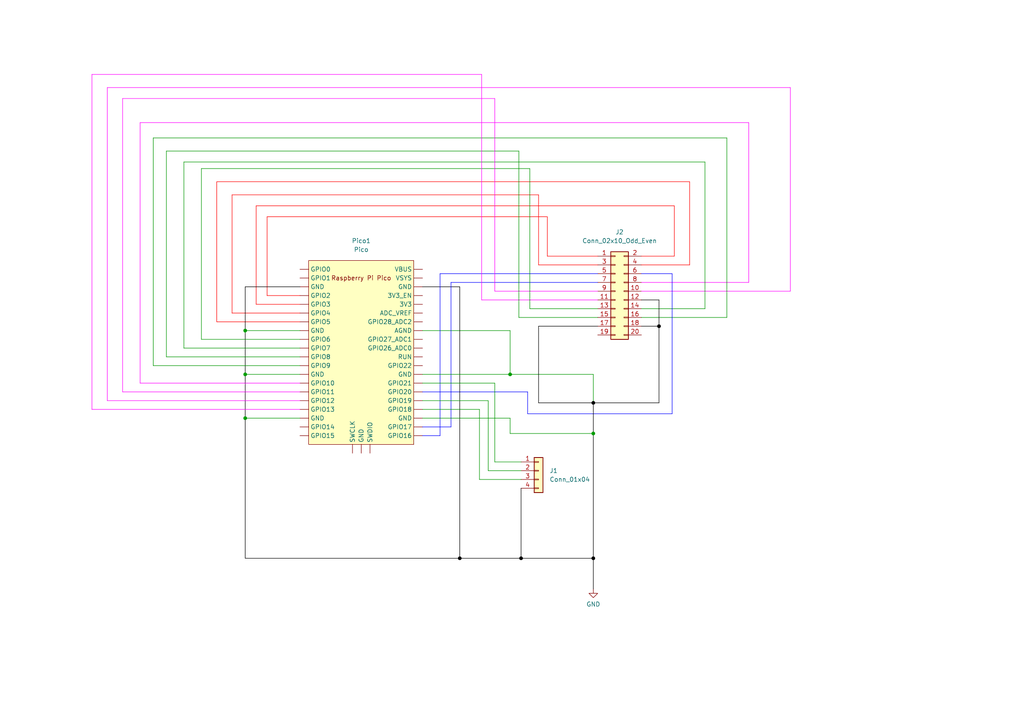
<source format=kicad_sch>
(kicad_sch (version 20211123) (generator eeschema)

  (uuid b06f3544-f763-4539-b6d9-6f8c7d0b7169)

  (paper "A4")

  (lib_symbols
    (symbol "Connector_Generic:Conn_01x04" (pin_names (offset 1.016) hide) (in_bom yes) (on_board yes)
      (property "Reference" "J" (id 0) (at 0 5.08 0)
        (effects (font (size 1.27 1.27)))
      )
      (property "Value" "Conn_01x04" (id 1) (at 0 -7.62 0)
        (effects (font (size 1.27 1.27)))
      )
      (property "Footprint" "" (id 2) (at 0 0 0)
        (effects (font (size 1.27 1.27)) hide)
      )
      (property "Datasheet" "~" (id 3) (at 0 0 0)
        (effects (font (size 1.27 1.27)) hide)
      )
      (property "ki_keywords" "connector" (id 4) (at 0 0 0)
        (effects (font (size 1.27 1.27)) hide)
      )
      (property "ki_description" "Generic connector, single row, 01x04, script generated (kicad-library-utils/schlib/autogen/connector/)" (id 5) (at 0 0 0)
        (effects (font (size 1.27 1.27)) hide)
      )
      (property "ki_fp_filters" "Connector*:*_1x??_*" (id 6) (at 0 0 0)
        (effects (font (size 1.27 1.27)) hide)
      )
      (symbol "Conn_01x04_1_1"
        (rectangle (start -1.27 -4.953) (end 0 -5.207)
          (stroke (width 0.1524) (type default) (color 0 0 0 0))
          (fill (type none))
        )
        (rectangle (start -1.27 -2.413) (end 0 -2.667)
          (stroke (width 0.1524) (type default) (color 0 0 0 0))
          (fill (type none))
        )
        (rectangle (start -1.27 0.127) (end 0 -0.127)
          (stroke (width 0.1524) (type default) (color 0 0 0 0))
          (fill (type none))
        )
        (rectangle (start -1.27 2.667) (end 0 2.413)
          (stroke (width 0.1524) (type default) (color 0 0 0 0))
          (fill (type none))
        )
        (rectangle (start -1.27 3.81) (end 1.27 -6.35)
          (stroke (width 0.254) (type default) (color 0 0 0 0))
          (fill (type background))
        )
        (pin passive line (at -5.08 2.54 0) (length 3.81)
          (name "Pin_1" (effects (font (size 1.27 1.27))))
          (number "1" (effects (font (size 1.27 1.27))))
        )
        (pin passive line (at -5.08 0 0) (length 3.81)
          (name "Pin_2" (effects (font (size 1.27 1.27))))
          (number "2" (effects (font (size 1.27 1.27))))
        )
        (pin passive line (at -5.08 -2.54 0) (length 3.81)
          (name "Pin_3" (effects (font (size 1.27 1.27))))
          (number "3" (effects (font (size 1.27 1.27))))
        )
        (pin passive line (at -5.08 -5.08 0) (length 3.81)
          (name "Pin_4" (effects (font (size 1.27 1.27))))
          (number "4" (effects (font (size 1.27 1.27))))
        )
      )
    )
    (symbol "Connector_Generic:Conn_02x10_Odd_Even" (pin_names (offset 1.016) hide) (in_bom yes) (on_board yes)
      (property "Reference" "J" (id 0) (at 1.27 12.7 0)
        (effects (font (size 1.27 1.27)))
      )
      (property "Value" "Conn_02x10_Odd_Even" (id 1) (at 1.27 -15.24 0)
        (effects (font (size 1.27 1.27)))
      )
      (property "Footprint" "" (id 2) (at 0 0 0)
        (effects (font (size 1.27 1.27)) hide)
      )
      (property "Datasheet" "~" (id 3) (at 0 0 0)
        (effects (font (size 1.27 1.27)) hide)
      )
      (property "ki_keywords" "connector" (id 4) (at 0 0 0)
        (effects (font (size 1.27 1.27)) hide)
      )
      (property "ki_description" "Generic connector, double row, 02x10, odd/even pin numbering scheme (row 1 odd numbers, row 2 even numbers), script generated (kicad-library-utils/schlib/autogen/connector/)" (id 5) (at 0 0 0)
        (effects (font (size 1.27 1.27)) hide)
      )
      (property "ki_fp_filters" "Connector*:*_2x??_*" (id 6) (at 0 0 0)
        (effects (font (size 1.27 1.27)) hide)
      )
      (symbol "Conn_02x10_Odd_Even_1_1"
        (rectangle (start -1.27 -12.573) (end 0 -12.827)
          (stroke (width 0.1524) (type default) (color 0 0 0 0))
          (fill (type none))
        )
        (rectangle (start -1.27 -10.033) (end 0 -10.287)
          (stroke (width 0.1524) (type default) (color 0 0 0 0))
          (fill (type none))
        )
        (rectangle (start -1.27 -7.493) (end 0 -7.747)
          (stroke (width 0.1524) (type default) (color 0 0 0 0))
          (fill (type none))
        )
        (rectangle (start -1.27 -4.953) (end 0 -5.207)
          (stroke (width 0.1524) (type default) (color 0 0 0 0))
          (fill (type none))
        )
        (rectangle (start -1.27 -2.413) (end 0 -2.667)
          (stroke (width 0.1524) (type default) (color 0 0 0 0))
          (fill (type none))
        )
        (rectangle (start -1.27 0.127) (end 0 -0.127)
          (stroke (width 0.1524) (type default) (color 0 0 0 0))
          (fill (type none))
        )
        (rectangle (start -1.27 2.667) (end 0 2.413)
          (stroke (width 0.1524) (type default) (color 0 0 0 0))
          (fill (type none))
        )
        (rectangle (start -1.27 5.207) (end 0 4.953)
          (stroke (width 0.1524) (type default) (color 0 0 0 0))
          (fill (type none))
        )
        (rectangle (start -1.27 7.747) (end 0 7.493)
          (stroke (width 0.1524) (type default) (color 0 0 0 0))
          (fill (type none))
        )
        (rectangle (start -1.27 10.287) (end 0 10.033)
          (stroke (width 0.1524) (type default) (color 0 0 0 0))
          (fill (type none))
        )
        (rectangle (start -1.27 11.43) (end 3.81 -13.97)
          (stroke (width 0.254) (type default) (color 0 0 0 0))
          (fill (type background))
        )
        (rectangle (start 3.81 -12.573) (end 2.54 -12.827)
          (stroke (width 0.1524) (type default) (color 0 0 0 0))
          (fill (type none))
        )
        (rectangle (start 3.81 -10.033) (end 2.54 -10.287)
          (stroke (width 0.1524) (type default) (color 0 0 0 0))
          (fill (type none))
        )
        (rectangle (start 3.81 -7.493) (end 2.54 -7.747)
          (stroke (width 0.1524) (type default) (color 0 0 0 0))
          (fill (type none))
        )
        (rectangle (start 3.81 -4.953) (end 2.54 -5.207)
          (stroke (width 0.1524) (type default) (color 0 0 0 0))
          (fill (type none))
        )
        (rectangle (start 3.81 -2.413) (end 2.54 -2.667)
          (stroke (width 0.1524) (type default) (color 0 0 0 0))
          (fill (type none))
        )
        (rectangle (start 3.81 0.127) (end 2.54 -0.127)
          (stroke (width 0.1524) (type default) (color 0 0 0 0))
          (fill (type none))
        )
        (rectangle (start 3.81 2.667) (end 2.54 2.413)
          (stroke (width 0.1524) (type default) (color 0 0 0 0))
          (fill (type none))
        )
        (rectangle (start 3.81 5.207) (end 2.54 4.953)
          (stroke (width 0.1524) (type default) (color 0 0 0 0))
          (fill (type none))
        )
        (rectangle (start 3.81 7.747) (end 2.54 7.493)
          (stroke (width 0.1524) (type default) (color 0 0 0 0))
          (fill (type none))
        )
        (rectangle (start 3.81 10.287) (end 2.54 10.033)
          (stroke (width 0.1524) (type default) (color 0 0 0 0))
          (fill (type none))
        )
        (pin passive line (at -5.08 10.16 0) (length 3.81)
          (name "Pin_1" (effects (font (size 1.27 1.27))))
          (number "1" (effects (font (size 1.27 1.27))))
        )
        (pin passive line (at 7.62 0 180) (length 3.81)
          (name "Pin_10" (effects (font (size 1.27 1.27))))
          (number "10" (effects (font (size 1.27 1.27))))
        )
        (pin passive line (at -5.08 -2.54 0) (length 3.81)
          (name "Pin_11" (effects (font (size 1.27 1.27))))
          (number "11" (effects (font (size 1.27 1.27))))
        )
        (pin passive line (at 7.62 -2.54 180) (length 3.81)
          (name "Pin_12" (effects (font (size 1.27 1.27))))
          (number "12" (effects (font (size 1.27 1.27))))
        )
        (pin passive line (at -5.08 -5.08 0) (length 3.81)
          (name "Pin_13" (effects (font (size 1.27 1.27))))
          (number "13" (effects (font (size 1.27 1.27))))
        )
        (pin passive line (at 7.62 -5.08 180) (length 3.81)
          (name "Pin_14" (effects (font (size 1.27 1.27))))
          (number "14" (effects (font (size 1.27 1.27))))
        )
        (pin passive line (at -5.08 -7.62 0) (length 3.81)
          (name "Pin_15" (effects (font (size 1.27 1.27))))
          (number "15" (effects (font (size 1.27 1.27))))
        )
        (pin passive line (at 7.62 -7.62 180) (length 3.81)
          (name "Pin_16" (effects (font (size 1.27 1.27))))
          (number "16" (effects (font (size 1.27 1.27))))
        )
        (pin passive line (at -5.08 -10.16 0) (length 3.81)
          (name "Pin_17" (effects (font (size 1.27 1.27))))
          (number "17" (effects (font (size 1.27 1.27))))
        )
        (pin passive line (at 7.62 -10.16 180) (length 3.81)
          (name "Pin_18" (effects (font (size 1.27 1.27))))
          (number "18" (effects (font (size 1.27 1.27))))
        )
        (pin passive line (at -5.08 -12.7 0) (length 3.81)
          (name "Pin_19" (effects (font (size 1.27 1.27))))
          (number "19" (effects (font (size 1.27 1.27))))
        )
        (pin passive line (at 7.62 10.16 180) (length 3.81)
          (name "Pin_2" (effects (font (size 1.27 1.27))))
          (number "2" (effects (font (size 1.27 1.27))))
        )
        (pin passive line (at 7.62 -12.7 180) (length 3.81)
          (name "Pin_20" (effects (font (size 1.27 1.27))))
          (number "20" (effects (font (size 1.27 1.27))))
        )
        (pin passive line (at -5.08 7.62 0) (length 3.81)
          (name "Pin_3" (effects (font (size 1.27 1.27))))
          (number "3" (effects (font (size 1.27 1.27))))
        )
        (pin passive line (at 7.62 7.62 180) (length 3.81)
          (name "Pin_4" (effects (font (size 1.27 1.27))))
          (number "4" (effects (font (size 1.27 1.27))))
        )
        (pin passive line (at -5.08 5.08 0) (length 3.81)
          (name "Pin_5" (effects (font (size 1.27 1.27))))
          (number "5" (effects (font (size 1.27 1.27))))
        )
        (pin passive line (at 7.62 5.08 180) (length 3.81)
          (name "Pin_6" (effects (font (size 1.27 1.27))))
          (number "6" (effects (font (size 1.27 1.27))))
        )
        (pin passive line (at -5.08 2.54 0) (length 3.81)
          (name "Pin_7" (effects (font (size 1.27 1.27))))
          (number "7" (effects (font (size 1.27 1.27))))
        )
        (pin passive line (at 7.62 2.54 180) (length 3.81)
          (name "Pin_8" (effects (font (size 1.27 1.27))))
          (number "8" (effects (font (size 1.27 1.27))))
        )
        (pin passive line (at -5.08 0 0) (length 3.81)
          (name "Pin_9" (effects (font (size 1.27 1.27))))
          (number "9" (effects (font (size 1.27 1.27))))
        )
      )
    )
    (symbol "MCU_RaspberryPi_and_Boards:Pico" (pin_numbers hide) (in_bom yes) (on_board yes)
      (property "Reference" "U" (id 0) (at -13.97 27.94 0)
        (effects (font (size 1.27 1.27)))
      )
      (property "Value" "Pico" (id 1) (at 0 19.05 0)
        (effects (font (size 1.27 1.27)))
      )
      (property "Footprint" "RPi_Pico:RPi_Pico_SMD_TH" (id 2) (at 0 0 90)
        (effects (font (size 1.27 1.27)) hide)
      )
      (property "Datasheet" "" (id 3) (at 0 0 0)
        (effects (font (size 1.27 1.27)) hide)
      )
      (symbol "Pico_0_0"
        (text "Raspberry Pi Pico" (at 0 21.59 0)
          (effects (font (size 1.27 1.27)))
        )
      )
      (symbol "Pico_0_1"
        (rectangle (start -15.24 26.67) (end 15.24 -26.67)
          (stroke (width 0) (type default) (color 0 0 0 0))
          (fill (type background))
        )
      )
      (symbol "Pico_1_1"
        (pin bidirectional line (at -17.78 24.13 0) (length 2.54)
          (name "GPIO0" (effects (font (size 1.27 1.27))))
          (number "1" (effects (font (size 1.27 1.27))))
        )
        (pin bidirectional line (at -17.78 1.27 0) (length 2.54)
          (name "GPIO7" (effects (font (size 1.27 1.27))))
          (number "10" (effects (font (size 1.27 1.27))))
        )
        (pin bidirectional line (at -17.78 -1.27 0) (length 2.54)
          (name "GPIO8" (effects (font (size 1.27 1.27))))
          (number "11" (effects (font (size 1.27 1.27))))
        )
        (pin bidirectional line (at -17.78 -3.81 0) (length 2.54)
          (name "GPIO9" (effects (font (size 1.27 1.27))))
          (number "12" (effects (font (size 1.27 1.27))))
        )
        (pin power_in line (at -17.78 -6.35 0) (length 2.54)
          (name "GND" (effects (font (size 1.27 1.27))))
          (number "13" (effects (font (size 1.27 1.27))))
        )
        (pin bidirectional line (at -17.78 -8.89 0) (length 2.54)
          (name "GPIO10" (effects (font (size 1.27 1.27))))
          (number "14" (effects (font (size 1.27 1.27))))
        )
        (pin bidirectional line (at -17.78 -11.43 0) (length 2.54)
          (name "GPIO11" (effects (font (size 1.27 1.27))))
          (number "15" (effects (font (size 1.27 1.27))))
        )
        (pin bidirectional line (at -17.78 -13.97 0) (length 2.54)
          (name "GPIO12" (effects (font (size 1.27 1.27))))
          (number "16" (effects (font (size 1.27 1.27))))
        )
        (pin bidirectional line (at -17.78 -16.51 0) (length 2.54)
          (name "GPIO13" (effects (font (size 1.27 1.27))))
          (number "17" (effects (font (size 1.27 1.27))))
        )
        (pin power_in line (at -17.78 -19.05 0) (length 2.54)
          (name "GND" (effects (font (size 1.27 1.27))))
          (number "18" (effects (font (size 1.27 1.27))))
        )
        (pin bidirectional line (at -17.78 -21.59 0) (length 2.54)
          (name "GPIO14" (effects (font (size 1.27 1.27))))
          (number "19" (effects (font (size 1.27 1.27))))
        )
        (pin bidirectional line (at -17.78 21.59 0) (length 2.54)
          (name "GPIO1" (effects (font (size 1.27 1.27))))
          (number "2" (effects (font (size 1.27 1.27))))
        )
        (pin bidirectional line (at -17.78 -24.13 0) (length 2.54)
          (name "GPIO15" (effects (font (size 1.27 1.27))))
          (number "20" (effects (font (size 1.27 1.27))))
        )
        (pin bidirectional line (at 17.78 -24.13 180) (length 2.54)
          (name "GPIO16" (effects (font (size 1.27 1.27))))
          (number "21" (effects (font (size 1.27 1.27))))
        )
        (pin bidirectional line (at 17.78 -21.59 180) (length 2.54)
          (name "GPIO17" (effects (font (size 1.27 1.27))))
          (number "22" (effects (font (size 1.27 1.27))))
        )
        (pin power_in line (at 17.78 -19.05 180) (length 2.54)
          (name "GND" (effects (font (size 1.27 1.27))))
          (number "23" (effects (font (size 1.27 1.27))))
        )
        (pin bidirectional line (at 17.78 -16.51 180) (length 2.54)
          (name "GPIO18" (effects (font (size 1.27 1.27))))
          (number "24" (effects (font (size 1.27 1.27))))
        )
        (pin bidirectional line (at 17.78 -13.97 180) (length 2.54)
          (name "GPIO19" (effects (font (size 1.27 1.27))))
          (number "25" (effects (font (size 1.27 1.27))))
        )
        (pin bidirectional line (at 17.78 -11.43 180) (length 2.54)
          (name "GPIO20" (effects (font (size 1.27 1.27))))
          (number "26" (effects (font (size 1.27 1.27))))
        )
        (pin bidirectional line (at 17.78 -8.89 180) (length 2.54)
          (name "GPIO21" (effects (font (size 1.27 1.27))))
          (number "27" (effects (font (size 1.27 1.27))))
        )
        (pin power_in line (at 17.78 -6.35 180) (length 2.54)
          (name "GND" (effects (font (size 1.27 1.27))))
          (number "28" (effects (font (size 1.27 1.27))))
        )
        (pin bidirectional line (at 17.78 -3.81 180) (length 2.54)
          (name "GPIO22" (effects (font (size 1.27 1.27))))
          (number "29" (effects (font (size 1.27 1.27))))
        )
        (pin power_in line (at -17.78 19.05 0) (length 2.54)
          (name "GND" (effects (font (size 1.27 1.27))))
          (number "3" (effects (font (size 1.27 1.27))))
        )
        (pin input line (at 17.78 -1.27 180) (length 2.54)
          (name "RUN" (effects (font (size 1.27 1.27))))
          (number "30" (effects (font (size 1.27 1.27))))
        )
        (pin bidirectional line (at 17.78 1.27 180) (length 2.54)
          (name "GPIO26_ADC0" (effects (font (size 1.27 1.27))))
          (number "31" (effects (font (size 1.27 1.27))))
        )
        (pin bidirectional line (at 17.78 3.81 180) (length 2.54)
          (name "GPIO27_ADC1" (effects (font (size 1.27 1.27))))
          (number "32" (effects (font (size 1.27 1.27))))
        )
        (pin power_in line (at 17.78 6.35 180) (length 2.54)
          (name "AGND" (effects (font (size 1.27 1.27))))
          (number "33" (effects (font (size 1.27 1.27))))
        )
        (pin bidirectional line (at 17.78 8.89 180) (length 2.54)
          (name "GPIO28_ADC2" (effects (font (size 1.27 1.27))))
          (number "34" (effects (font (size 1.27 1.27))))
        )
        (pin power_in line (at 17.78 11.43 180) (length 2.54)
          (name "ADC_VREF" (effects (font (size 1.27 1.27))))
          (number "35" (effects (font (size 1.27 1.27))))
        )
        (pin power_in line (at 17.78 13.97 180) (length 2.54)
          (name "3V3" (effects (font (size 1.27 1.27))))
          (number "36" (effects (font (size 1.27 1.27))))
        )
        (pin input line (at 17.78 16.51 180) (length 2.54)
          (name "3V3_EN" (effects (font (size 1.27 1.27))))
          (number "37" (effects (font (size 1.27 1.27))))
        )
        (pin bidirectional line (at 17.78 19.05 180) (length 2.54)
          (name "GND" (effects (font (size 1.27 1.27))))
          (number "38" (effects (font (size 1.27 1.27))))
        )
        (pin power_in line (at 17.78 21.59 180) (length 2.54)
          (name "VSYS" (effects (font (size 1.27 1.27))))
          (number "39" (effects (font (size 1.27 1.27))))
        )
        (pin bidirectional line (at -17.78 16.51 0) (length 2.54)
          (name "GPIO2" (effects (font (size 1.27 1.27))))
          (number "4" (effects (font (size 1.27 1.27))))
        )
        (pin power_in line (at 17.78 24.13 180) (length 2.54)
          (name "VBUS" (effects (font (size 1.27 1.27))))
          (number "40" (effects (font (size 1.27 1.27))))
        )
        (pin input line (at -2.54 -29.21 90) (length 2.54)
          (name "SWCLK" (effects (font (size 1.27 1.27))))
          (number "41" (effects (font (size 1.27 1.27))))
        )
        (pin power_in line (at 0 -29.21 90) (length 2.54)
          (name "GND" (effects (font (size 1.27 1.27))))
          (number "42" (effects (font (size 1.27 1.27))))
        )
        (pin bidirectional line (at 2.54 -29.21 90) (length 2.54)
          (name "SWDIO" (effects (font (size 1.27 1.27))))
          (number "43" (effects (font (size 1.27 1.27))))
        )
        (pin bidirectional line (at -17.78 13.97 0) (length 2.54)
          (name "GPIO3" (effects (font (size 1.27 1.27))))
          (number "5" (effects (font (size 1.27 1.27))))
        )
        (pin bidirectional line (at -17.78 11.43 0) (length 2.54)
          (name "GPIO4" (effects (font (size 1.27 1.27))))
          (number "6" (effects (font (size 1.27 1.27))))
        )
        (pin bidirectional line (at -17.78 8.89 0) (length 2.54)
          (name "GPIO5" (effects (font (size 1.27 1.27))))
          (number "7" (effects (font (size 1.27 1.27))))
        )
        (pin power_in line (at -17.78 6.35 0) (length 2.54)
          (name "GND" (effects (font (size 1.27 1.27))))
          (number "8" (effects (font (size 1.27 1.27))))
        )
        (pin bidirectional line (at -17.78 3.81 0) (length 2.54)
          (name "GPIO6" (effects (font (size 1.27 1.27))))
          (number "9" (effects (font (size 1.27 1.27))))
        )
      )
    )
    (symbol "power:GND" (power) (pin_names (offset 0)) (in_bom yes) (on_board yes)
      (property "Reference" "#PWR" (id 0) (at 0 -6.35 0)
        (effects (font (size 1.27 1.27)) hide)
      )
      (property "Value" "GND" (id 1) (at 0 -3.81 0)
        (effects (font (size 1.27 1.27)))
      )
      (property "Footprint" "" (id 2) (at 0 0 0)
        (effects (font (size 1.27 1.27)) hide)
      )
      (property "Datasheet" "" (id 3) (at 0 0 0)
        (effects (font (size 1.27 1.27)) hide)
      )
      (property "ki_keywords" "power-flag" (id 4) (at 0 0 0)
        (effects (font (size 1.27 1.27)) hide)
      )
      (property "ki_description" "Power symbol creates a global label with name \"GND\" , ground" (id 5) (at 0 0 0)
        (effects (font (size 1.27 1.27)) hide)
      )
      (symbol "GND_0_1"
        (polyline
          (pts
            (xy 0 0)
            (xy 0 -1.27)
            (xy 1.27 -1.27)
            (xy 0 -2.54)
            (xy -1.27 -1.27)
            (xy 0 -1.27)
          )
          (stroke (width 0) (type default) (color 0 0 0 0))
          (fill (type none))
        )
      )
      (symbol "GND_1_1"
        (pin power_in line (at 0 0 270) (length 0) hide
          (name "GND" (effects (font (size 1.27 1.27))))
          (number "1" (effects (font (size 1.27 1.27))))
        )
      )
    )
  )

  (junction (at 172.085 125.73) (diameter 0) (color 0 0 0 0)
    (uuid 010ace7f-6727-47cb-9cd9-f63eb845d55b)
  )
  (junction (at 151.13 161.925) (diameter 0) (color 0 0 0 1)
    (uuid 029e9d46-e0a1-4452-a594-b922c45ff35c)
  )
  (junction (at 71.12 108.585) (diameter 0) (color 0 0 0 0)
    (uuid 07b547ae-771c-4ebd-b0fa-7aefb890d05f)
  )
  (junction (at 191.135 94.615) (diameter 0) (color 0 0 0 1)
    (uuid 288fd7da-199b-4627-bfca-036cf64f4bb1)
  )
  (junction (at 71.12 95.885) (diameter 0) (color 0 0 0 0)
    (uuid 3b2030a1-0d9a-42af-a36d-e6ebac6fa4a0)
  )
  (junction (at 133.35 161.925) (diameter 0) (color 0 0 0 1)
    (uuid 8f8a906d-78f0-47ed-8d3f-11a371a18c4a)
  )
  (junction (at 147.955 108.585) (diameter 0) (color 0 0 0 0)
    (uuid a5b741c4-352f-4ae9-b61e-157ee996d774)
  )
  (junction (at 172.085 116.84) (diameter 0) (color 0 0 0 1)
    (uuid af80c9f2-e4a4-4a44-91d1-b011bacaa6f5)
  )
  (junction (at 71.12 121.285) (diameter 0) (color 0 0 0 0)
    (uuid cc805d6d-9204-4dd8-8fdb-0a7013cb371d)
  )
  (junction (at 172.085 161.925) (diameter 0) (color 0 0 0 1)
    (uuid f12e211e-94f7-4035-998d-f0d78c9aeb07)
  )

  (wire (pts (xy 67.31 90.805) (xy 67.31 56.515))
    (stroke (width 0) (type default) (color 255 0 0 1))
    (uuid 02cba70d-b483-4193-a5b5-164de5997bdd)
  )
  (wire (pts (xy 71.12 161.925) (xy 133.35 161.925))
    (stroke (width 0) (type default) (color 0 0 0 1))
    (uuid 03548f07-aa47-4094-b948-6a85f446085c)
  )
  (wire (pts (xy 86.995 118.745) (xy 26.67 118.745))
    (stroke (width 0) (type default) (color 255 0 255 1))
    (uuid 03e3a47c-0c4b-4e16-a165-3abeed298417)
  )
  (wire (pts (xy 77.47 85.725) (xy 77.47 62.865))
    (stroke (width 0) (type default) (color 255 0 0 1))
    (uuid 041c0cdd-29d3-4409-9eb3-d978143a0b3f)
  )
  (wire (pts (xy 86.995 85.725) (xy 77.47 85.725))
    (stroke (width 0) (type default) (color 255 0 0 1))
    (uuid 06563cd4-e2e6-4a15-81b1-3730e90040ab)
  )
  (wire (pts (xy 44.45 106.045) (xy 44.45 40.005))
    (stroke (width 0) (type default) (color 0 0 0 0))
    (uuid 0784f9d6-d4ae-4749-92e7-f9c702e3edc6)
  )
  (wire (pts (xy 186.055 94.615) (xy 191.135 94.615))
    (stroke (width 0) (type default) (color 0 0 0 1))
    (uuid 08e10b40-6b11-4325-9323-3192ad5ce9af)
  )
  (wire (pts (xy 122.555 116.205) (xy 141.605 116.205))
    (stroke (width 0) (type default) (color 0 0 0 0))
    (uuid 0a198930-d54b-4862-85d7-7bf08ae9448b)
  )
  (wire (pts (xy 133.35 161.925) (xy 151.13 161.925))
    (stroke (width 0) (type default) (color 0 0 0 1))
    (uuid 0affda9d-2fe3-49ba-abb0-f3dd190abd5d)
  )
  (wire (pts (xy 71.12 95.885) (xy 71.12 108.585))
    (stroke (width 0) (type default) (color 0 0 0 1))
    (uuid 12796181-ee9e-4aaf-936f-4bb8350c212b)
  )
  (wire (pts (xy 122.555 111.125) (xy 143.51 111.125))
    (stroke (width 0) (type default) (color 0 0 0 0))
    (uuid 134003f1-0246-4a40-8beb-017f35196f09)
  )
  (wire (pts (xy 153.035 113.665) (xy 153.035 120.015))
    (stroke (width 0) (type default) (color 0 0 255 1))
    (uuid 149bbbb1-5976-4dfa-a8eb-4b57e4941897)
  )
  (wire (pts (xy 139.7 21.59) (xy 139.7 86.995))
    (stroke (width 0) (type default) (color 255 0 255 1))
    (uuid 17303c74-63d3-432a-a1ec-0777c60e6c80)
  )
  (wire (pts (xy 194.945 120.015) (xy 194.945 79.375))
    (stroke (width 0) (type default) (color 0 0 255 1))
    (uuid 178ec0a8-0902-4604-85e8-33bd350374a1)
  )
  (wire (pts (xy 153.67 89.535) (xy 173.355 89.535))
    (stroke (width 0) (type default) (color 0 0 0 0))
    (uuid 18ef43a5-7669-4263-8c5c-a95f344ebd9d)
  )
  (wire (pts (xy 86.995 113.665) (xy 35.56 113.665))
    (stroke (width 0) (type default) (color 255 0 255 1))
    (uuid 1a168453-d640-452a-bc26-7c37144889b0)
  )
  (wire (pts (xy 210.82 92.075) (xy 186.055 92.075))
    (stroke (width 0) (type default) (color 0 0 0 0))
    (uuid 1ad915aa-7790-4e09-a73e-9a97360e22f5)
  )
  (wire (pts (xy 35.56 113.665) (xy 35.56 28.575))
    (stroke (width 0) (type default) (color 255 0 255 1))
    (uuid 1ecd6722-1e97-4c1f-af8f-4f99c0975ceb)
  )
  (wire (pts (xy 156.21 116.84) (xy 172.085 116.84))
    (stroke (width 0) (type default) (color 0 0 0 1))
    (uuid 1fa5949a-9707-427d-9c68-ff3c2b2b8687)
  )
  (wire (pts (xy 172.085 161.925) (xy 172.085 170.815))
    (stroke (width 0) (type default) (color 0 0 0 1))
    (uuid 1ffd5bda-9121-4a8d-ad45-5b11eeb83309)
  )
  (wire (pts (xy 71.12 121.285) (xy 86.995 121.285))
    (stroke (width 0) (type default) (color 0 0 0 0))
    (uuid 2022b2d2-8702-428d-88bd-ef45b63a2c92)
  )
  (wire (pts (xy 139.065 118.745) (xy 139.065 139.065))
    (stroke (width 0) (type default) (color 0 0 0 0))
    (uuid 22ca202a-2cd3-424e-b7e2-cd35e9ac32b6)
  )
  (wire (pts (xy 127.635 126.365) (xy 127.635 79.375))
    (stroke (width 0) (type default) (color 0 0 255 1))
    (uuid 245e5c55-5f10-4cff-a556-f84f428a30d7)
  )
  (wire (pts (xy 31.115 116.205) (xy 31.115 25.4))
    (stroke (width 0) (type default) (color 255 0 255 1))
    (uuid 24e62278-7356-4a09-a1ee-db5982c1786a)
  )
  (wire (pts (xy 86.995 98.425) (xy 58.42 98.425))
    (stroke (width 0) (type default) (color 0 0 0 0))
    (uuid 29220aee-e33e-49d8-ac55-c62fae85f39a)
  )
  (wire (pts (xy 150.495 43.815) (xy 150.495 92.075))
    (stroke (width 0) (type default) (color 0 0 0 0))
    (uuid 2af9a707-c7b8-4513-b693-c4f058159e85)
  )
  (wire (pts (xy 130.81 123.825) (xy 130.81 81.915))
    (stroke (width 0) (type default) (color 0 0 255 1))
    (uuid 2b817798-c463-4ae8-97d5-42b5e992f309)
  )
  (wire (pts (xy 122.555 118.745) (xy 139.065 118.745))
    (stroke (width 0) (type default) (color 0 0 0 0))
    (uuid 2c896a10-3326-4417-a330-e0b85084d149)
  )
  (wire (pts (xy 127.635 79.375) (xy 173.355 79.375))
    (stroke (width 0) (type default) (color 0 0 255 1))
    (uuid 2d9d01b7-6327-490b-9a8e-d3197e1e78fe)
  )
  (wire (pts (xy 147.955 125.73) (xy 172.085 125.73))
    (stroke (width 0) (type default) (color 0 0 0 0))
    (uuid 2f9ee4b5-a4a6-4d16-be21-9db9dd2db13e)
  )
  (wire (pts (xy 151.13 161.925) (xy 172.085 161.925))
    (stroke (width 0) (type default) (color 0 0 0 1))
    (uuid 2fc1c5f8-f0c0-40ae-a093-81db7f7e7803)
  )
  (wire (pts (xy 86.995 95.885) (xy 71.12 95.885))
    (stroke (width 0) (type default) (color 0 0 0 0))
    (uuid 3156a9ee-175f-42eb-822f-766230fbb4a0)
  )
  (wire (pts (xy 158.75 74.295) (xy 173.355 74.295))
    (stroke (width 0) (type default) (color 255 0 0 1))
    (uuid 32c14509-46a1-4430-898c-2569f9dc1bf1)
  )
  (wire (pts (xy 147.955 108.585) (xy 172.085 108.585))
    (stroke (width 0) (type default) (color 0 0 0 0))
    (uuid 34ba1f7f-0615-4332-a946-ff15039e9eef)
  )
  (wire (pts (xy 74.295 88.265) (xy 74.295 59.69))
    (stroke (width 0) (type default) (color 255 0 0 1))
    (uuid 35ee86df-9731-4346-8f50-9e32e6808fd1)
  )
  (wire (pts (xy 122.555 123.825) (xy 130.81 123.825))
    (stroke (width 0) (type default) (color 0 0 255 1))
    (uuid 373c0268-8518-412e-8890-6f368a859878)
  )
  (wire (pts (xy 139.7 86.995) (xy 173.355 86.995))
    (stroke (width 0) (type default) (color 255 0 255 1))
    (uuid 37784a8d-2904-4c3a-bcb9-caf151bae8e9)
  )
  (wire (pts (xy 195.58 59.69) (xy 195.58 74.295))
    (stroke (width 0) (type default) (color 255 0 0 1))
    (uuid 3ebf05cf-8639-4cab-b1d4-c1fca4362700)
  )
  (wire (pts (xy 153.67 48.895) (xy 153.67 89.535))
    (stroke (width 0) (type default) (color 0 0 0 0))
    (uuid 40a5ab47-afcb-466f-9638-d3683bc365bf)
  )
  (wire (pts (xy 122.555 95.885) (xy 147.955 95.885))
    (stroke (width 0) (type default) (color 0 0 0 0))
    (uuid 42a68be8-eeb2-41ed-811b-77641d7e90c2)
  )
  (wire (pts (xy 156.21 94.615) (xy 156.21 116.84))
    (stroke (width 0) (type default) (color 0 0 0 1))
    (uuid 43eb06fd-ef8b-45a2-9586-620b8a1b1c17)
  )
  (wire (pts (xy 200.025 52.705) (xy 200.025 76.835))
    (stroke (width 0) (type default) (color 255 0 0 1))
    (uuid 43f4c2d7-c056-4f32-8c19-d6e375fc6307)
  )
  (wire (pts (xy 217.17 35.56) (xy 217.17 81.915))
    (stroke (width 0) (type default) (color 255 0 255 1))
    (uuid 44cfdf21-4ce0-4051-8d71-8a444a79c34f)
  )
  (wire (pts (xy 147.955 95.885) (xy 147.955 108.585))
    (stroke (width 0) (type default) (color 0 0 0 0))
    (uuid 45f27ed5-85b0-4f71-863d-d472469f5f05)
  )
  (wire (pts (xy 204.47 46.99) (xy 204.47 89.535))
    (stroke (width 0) (type default) (color 0 0 0 0))
    (uuid 49e7a3fc-307e-4141-88d6-d297e275ed66)
  )
  (wire (pts (xy 156.21 76.835) (xy 173.355 76.835))
    (stroke (width 0) (type default) (color 255 0 0 1))
    (uuid 4f2e463a-d1d4-4b1a-bf5c-600f2f57c98f)
  )
  (wire (pts (xy 229.235 84.455) (xy 186.055 84.455))
    (stroke (width 0) (type default) (color 255 0 255 1))
    (uuid 518fbcd4-bfc8-4643-a1e1-a6070f8851de)
  )
  (wire (pts (xy 217.17 81.915) (xy 186.055 81.915))
    (stroke (width 0) (type default) (color 255 0 255 1))
    (uuid 52043f46-ea3d-47e1-a882-670160d5ca57)
  )
  (wire (pts (xy 48.26 103.505) (xy 86.995 103.505))
    (stroke (width 0) (type default) (color 0 0 0 0))
    (uuid 54ed2d37-c40c-4a84-9449-7a2d9dd19461)
  )
  (wire (pts (xy 74.295 59.69) (xy 195.58 59.69))
    (stroke (width 0) (type default) (color 255 0 0 1))
    (uuid 5781e5fd-6fc3-4e3d-ac7e-3c2ffc6274a9)
  )
  (wire (pts (xy 153.035 120.015) (xy 194.945 120.015))
    (stroke (width 0) (type default) (color 0 0 255 1))
    (uuid 57d3eeaf-33f3-4987-a6d2-82a6a17eff6a)
  )
  (wire (pts (xy 58.42 48.895) (xy 153.67 48.895))
    (stroke (width 0) (type default) (color 0 0 0 0))
    (uuid 58842d2d-e260-4d97-9dc9-495f6f5cc6c0)
  )
  (wire (pts (xy 229.235 25.4) (xy 229.235 84.455))
    (stroke (width 0) (type default) (color 255 0 255 1))
    (uuid 61d53c7b-0cd0-4ac0-ac1c-891b0e0b14ea)
  )
  (wire (pts (xy 53.34 100.965) (xy 86.995 100.965))
    (stroke (width 0) (type default) (color 0 0 0 0))
    (uuid 62542056-67a9-495c-8b04-d6ca582380a6)
  )
  (wire (pts (xy 71.12 121.285) (xy 71.12 161.925))
    (stroke (width 0) (type default) (color 0 0 0 1))
    (uuid 71e26e71-8ef6-4407-aaec-93f1d8c4fda1)
  )
  (wire (pts (xy 26.67 118.745) (xy 26.67 21.59))
    (stroke (width 0) (type default) (color 255 0 255 1))
    (uuid 727028e7-923f-4b49-8fd7-c5cf9a852b78)
  )
  (wire (pts (xy 141.605 116.205) (xy 141.605 136.525))
    (stroke (width 0) (type default) (color 0 0 0 0))
    (uuid 751c3586-f74c-4e5a-87b4-971302846f77)
  )
  (wire (pts (xy 86.995 83.185) (xy 71.12 83.185))
    (stroke (width 0) (type default) (color 0 0 0 1))
    (uuid 7634f053-81d4-4d01-ac40-3005c816f518)
  )
  (wire (pts (xy 194.945 79.375) (xy 186.055 79.375))
    (stroke (width 0) (type default) (color 0 0 255 1))
    (uuid 78bbd016-9458-459d-a3fd-7f7b76d4b98d)
  )
  (wire (pts (xy 77.47 62.865) (xy 158.75 62.865))
    (stroke (width 0) (type default) (color 255 0 0 1))
    (uuid 79253435-dbd1-4eee-8edb-c06b5a75afe9)
  )
  (wire (pts (xy 143.51 111.125) (xy 143.51 133.985))
    (stroke (width 0) (type default) (color 0 0 0 0))
    (uuid 7949f60e-3373-45e1-acbf-ad592791a03f)
  )
  (wire (pts (xy 141.605 136.525) (xy 151.13 136.525))
    (stroke (width 0) (type default) (color 0 0 0 0))
    (uuid 7cade2a5-4fd8-4748-8008-198fee0f4386)
  )
  (wire (pts (xy 172.085 108.585) (xy 172.085 116.84))
    (stroke (width 0) (type default) (color 0 0 0 0))
    (uuid 7cf09ff4-22b2-46ef-b6dc-2fc81f997d5a)
  )
  (wire (pts (xy 71.12 108.585) (xy 71.12 121.285))
    (stroke (width 0) (type default) (color 0 0 0 1))
    (uuid 7e533b3d-ec05-4b4e-813e-190adad1ee26)
  )
  (wire (pts (xy 133.35 83.185) (xy 133.35 161.925))
    (stroke (width 0) (type default) (color 0 0 0 1))
    (uuid 7eb491a8-5541-4e6c-9c9c-ee67500d2fb1)
  )
  (wire (pts (xy 122.555 121.285) (xy 147.955 121.285))
    (stroke (width 0) (type default) (color 0 0 0 0))
    (uuid 7f2944b8-eb57-4ab4-a59e-162a751252a4)
  )
  (wire (pts (xy 31.115 25.4) (xy 229.235 25.4))
    (stroke (width 0) (type default) (color 255 0 255 1))
    (uuid 80777235-fb6c-44ef-9074-bdc212131680)
  )
  (wire (pts (xy 53.34 46.99) (xy 204.47 46.99))
    (stroke (width 0) (type default) (color 0 0 0 0))
    (uuid 80e9be39-4a0e-4715-9f7b-5abfffe2b5d8)
  )
  (wire (pts (xy 122.555 113.665) (xy 153.035 113.665))
    (stroke (width 0) (type default) (color 0 0 255 1))
    (uuid 81319e32-188d-4362-b2d5-867e50443f2a)
  )
  (wire (pts (xy 172.085 125.73) (xy 172.085 161.925))
    (stroke (width 0) (type default) (color 0 0 0 1))
    (uuid 88b28f49-5735-4c48-8ffa-b5cf0a2c0888)
  )
  (wire (pts (xy 86.995 93.345) (xy 62.865 93.345))
    (stroke (width 0) (type default) (color 255 0 0 1))
    (uuid 89ee253d-ba49-4648-a84e-b536b23a265b)
  )
  (wire (pts (xy 71.12 95.885) (xy 71.12 96.52))
    (stroke (width 0) (type default) (color 0 0 0 0))
    (uuid 8a10521d-21df-4c8e-b024-3bd3c55ea71b)
  )
  (wire (pts (xy 48.26 43.815) (xy 150.495 43.815))
    (stroke (width 0) (type default) (color 0 0 0 0))
    (uuid 8a33694f-a335-4956-853d-aaf07cbbdb33)
  )
  (wire (pts (xy 122.555 126.365) (xy 127.635 126.365))
    (stroke (width 0) (type default) (color 0 0 255 1))
    (uuid 8c711ec9-9a2b-4f0f-b6cc-b37fb80ea0b2)
  )
  (wire (pts (xy 186.055 89.535) (xy 204.47 89.535))
    (stroke (width 0) (type default) (color 0 0 0 0))
    (uuid 8ccd2045-eb72-49f3-837a-d1c3b318c069)
  )
  (wire (pts (xy 143.51 28.575) (xy 143.51 84.455))
    (stroke (width 0) (type default) (color 255 0 255 1))
    (uuid 8e3508cc-7a58-4a35-8dda-124f374ad570)
  )
  (wire (pts (xy 62.865 52.705) (xy 200.025 52.705))
    (stroke (width 0) (type default) (color 255 0 0 1))
    (uuid 8f170ed8-3249-4dc4-84ab-62ae0d7808f6)
  )
  (wire (pts (xy 158.75 62.865) (xy 158.75 74.295))
    (stroke (width 0) (type default) (color 255 0 0 1))
    (uuid 8f5780ae-0ace-4f06-b23c-4da0161fb804)
  )
  (wire (pts (xy 44.45 40.005) (xy 210.82 40.005))
    (stroke (width 0) (type default) (color 0 0 0 0))
    (uuid 93d717e1-7545-4b32-8c1b-5aff5092bc7e)
  )
  (wire (pts (xy 151.13 141.605) (xy 151.13 161.925))
    (stroke (width 0) (type default) (color 0 0 0 1))
    (uuid 94b3900c-86c7-4d4d-be0e-26c68f4427cf)
  )
  (wire (pts (xy 35.56 28.575) (xy 143.51 28.575))
    (stroke (width 0) (type default) (color 255 0 255 1))
    (uuid 9978be12-d86b-49f0-a59c-2c3259baab74)
  )
  (wire (pts (xy 156.21 56.515) (xy 156.21 76.835))
    (stroke (width 0) (type default) (color 255 0 0 1))
    (uuid a182319d-ccae-4009-a0c9-f6a836360e26)
  )
  (wire (pts (xy 130.81 81.915) (xy 173.355 81.915))
    (stroke (width 0) (type default) (color 0 0 255 1))
    (uuid a882cffa-f420-4be6-9257-7f5d12e71889)
  )
  (wire (pts (xy 40.64 35.56) (xy 217.17 35.56))
    (stroke (width 0) (type default) (color 255 0 255 1))
    (uuid abdf6c65-9529-4734-b8ea-c164e9c044e3)
  )
  (wire (pts (xy 122.555 108.585) (xy 147.955 108.585))
    (stroke (width 0) (type default) (color 0 0 0 0))
    (uuid ada52606-4bda-4589-b3dd-9cd4d537de1e)
  )
  (wire (pts (xy 86.995 106.045) (xy 44.45 106.045))
    (stroke (width 0) (type default) (color 0 0 0 0))
    (uuid b03e1e2b-eb39-4c04-805c-11fed67eab79)
  )
  (wire (pts (xy 71.12 83.185) (xy 71.12 95.885))
    (stroke (width 0) (type default) (color 0 0 0 1))
    (uuid b45f4783-c4f4-484c-8a49-3e7a9a9ff27c)
  )
  (wire (pts (xy 139.065 139.065) (xy 151.13 139.065))
    (stroke (width 0) (type default) (color 0 0 0 0))
    (uuid b5e54bf1-4b3d-4060-acd2-7f3c9428bdfb)
  )
  (wire (pts (xy 195.58 74.295) (xy 186.055 74.295))
    (stroke (width 0) (type default) (color 255 0 0 1))
    (uuid ba97fd86-51c5-43b7-b892-f607aa9bcc9d)
  )
  (wire (pts (xy 191.135 116.84) (xy 172.085 116.84))
    (stroke (width 0) (type default) (color 0 0 0 1))
    (uuid c05d8112-718f-42e4-b0d4-40820556edd0)
  )
  (wire (pts (xy 173.355 94.615) (xy 156.21 94.615))
    (stroke (width 0) (type default) (color 0 0 0 1))
    (uuid c15a15de-13f7-4af7-b7d1-ad203399975c)
  )
  (wire (pts (xy 86.995 116.205) (xy 31.115 116.205))
    (stroke (width 0) (type default) (color 255 0 255 1))
    (uuid c266543e-eff9-4cb6-9548-c91c5bc871ad)
  )
  (wire (pts (xy 191.135 94.615) (xy 191.135 116.84))
    (stroke (width 0) (type default) (color 0 0 0 1))
    (uuid c5381b59-a951-4ce9-b4ee-9359ee51283f)
  )
  (wire (pts (xy 150.495 92.075) (xy 173.355 92.075))
    (stroke (width 0) (type default) (color 0 0 0 0))
    (uuid c6b51830-b6fa-416c-bb9d-2197dfb2c1e4)
  )
  (wire (pts (xy 62.865 93.345) (xy 62.865 52.705))
    (stroke (width 0) (type default) (color 255 0 0 1))
    (uuid c84b86a1-209d-4cca-9c4a-01254a72dd74)
  )
  (wire (pts (xy 67.31 56.515) (xy 156.21 56.515))
    (stroke (width 0) (type default) (color 255 0 0 1))
    (uuid c916d8e3-0d50-4de7-84b4-f450e482f555)
  )
  (wire (pts (xy 86.995 111.125) (xy 40.64 111.125))
    (stroke (width 0) (type default) (color 255 0 255 1))
    (uuid d7e41c8f-972d-4b3b-aaeb-49774326c994)
  )
  (wire (pts (xy 210.82 40.005) (xy 210.82 92.075))
    (stroke (width 0) (type default) (color 0 0 0 0))
    (uuid d81c837f-bb4d-4813-ad56-995b21066c5b)
  )
  (wire (pts (xy 172.085 116.84) (xy 172.085 125.73))
    (stroke (width 0) (type default) (color 0 0 0 1))
    (uuid d8533e9f-376e-4ca2-a16e-5c3303aa6fe0)
  )
  (wire (pts (xy 147.955 121.285) (xy 147.955 125.73))
    (stroke (width 0) (type default) (color 0 0 0 0))
    (uuid d8d28539-5ca5-4b0e-86a5-ce8c51dd988d)
  )
  (wire (pts (xy 86.995 90.805) (xy 67.31 90.805))
    (stroke (width 0) (type default) (color 255 0 0 1))
    (uuid dd804747-e3d3-4cb5-9684-76c6dfc352f1)
  )
  (wire (pts (xy 200.025 76.835) (xy 186.055 76.835))
    (stroke (width 0) (type default) (color 255 0 0 1))
    (uuid df2b8cc0-3330-43d5-9cd9-165b3beb41ef)
  )
  (wire (pts (xy 26.67 21.59) (xy 139.7 21.59))
    (stroke (width 0) (type default) (color 255 0 255 1))
    (uuid e29325e1-b761-46a4-9f54-71daace734f5)
  )
  (wire (pts (xy 143.51 133.985) (xy 151.13 133.985))
    (stroke (width 0) (type default) (color 0 0 0 0))
    (uuid e56aa386-4165-4579-9f9b-d24f49d77915)
  )
  (wire (pts (xy 122.555 83.185) (xy 133.35 83.185))
    (stroke (width 0) (type default) (color 0 0 0 1))
    (uuid e8cf1359-cdae-4b4c-9b3a-3ed82c289484)
  )
  (wire (pts (xy 86.995 88.265) (xy 74.295 88.265))
    (stroke (width 0) (type default) (color 255 0 0 1))
    (uuid eb093a15-e0da-4bb2-bb4d-cd2937ff5808)
  )
  (wire (pts (xy 71.12 108.585) (xy 86.995 108.585))
    (stroke (width 0) (type default) (color 0 0 0 0))
    (uuid ebfe8c4a-26cd-4912-93f8-6f4b263c061a)
  )
  (wire (pts (xy 191.135 86.995) (xy 191.135 94.615))
    (stroke (width 0) (type default) (color 0 0 0 1))
    (uuid ed141815-e5cd-42d0-8974-82aac0f8aae9)
  )
  (wire (pts (xy 53.34 100.965) (xy 53.34 46.99))
    (stroke (width 0) (type default) (color 0 0 0 0))
    (uuid edc34f0e-3494-41d7-8155-7e8da31bd5e0)
  )
  (wire (pts (xy 48.26 43.815) (xy 48.26 103.505))
    (stroke (width 0) (type default) (color 0 0 0 0))
    (uuid eee6119b-3ef5-4727-a119-31324d7c774d)
  )
  (wire (pts (xy 40.64 111.125) (xy 40.64 35.56))
    (stroke (width 0) (type default) (color 255 0 255 1))
    (uuid f53bda60-30a3-444f-9605-eca9f665b23c)
  )
  (wire (pts (xy 186.055 86.995) (xy 191.135 86.995))
    (stroke (width 0) (type default) (color 0 0 0 1))
    (uuid f9849a43-9ffe-4768-bfca-65498027c0f0)
  )
  (wire (pts (xy 143.51 84.455) (xy 173.355 84.455))
    (stroke (width 0) (type default) (color 255 0 255 1))
    (uuid fc288b03-cad2-4f95-86fd-e0947b156a81)
  )
  (wire (pts (xy 58.42 98.425) (xy 58.42 48.895))
    (stroke (width 0) (type default) (color 0 0 0 0))
    (uuid fdae6381-6288-4975-a54f-159705fd5554)
  )

  (symbol (lib_id "Connector_Generic:Conn_01x04") (at 156.21 136.525 0) (unit 1)
    (in_bom yes) (on_board yes) (fields_autoplaced)
    (uuid 1ab1b099-f37c-4906-8d7f-89647dfce832)
    (property "Reference" "J1" (id 0) (at 159.385 136.5249 0)
      (effects (font (size 1.27 1.27)) (justify left))
    )
    (property "Value" "Conn_01x04" (id 1) (at 159.385 139.0649 0)
      (effects (font (size 1.27 1.27)) (justify left))
    )
    (property "Footprint" "TerminalBlock_Phoenix:TerminalBlock_Phoenix_MPT-0,5-4-2.54_1x04_P2.54mm_Horizontal" (id 2) (at 156.21 136.525 0)
      (effects (font (size 1.27 1.27)) hide)
    )
    (property "Datasheet" "~" (id 3) (at 156.21 136.525 0)
      (effects (font (size 1.27 1.27)) hide)
    )
    (pin "1" (uuid cbcab6ce-fb60-4361-a9e7-4a37c02b2ffe))
    (pin "2" (uuid 9e6d6091-ab42-46e7-937d-f37a1c712431))
    (pin "3" (uuid a22b7d63-8964-4a58-a2d8-f7998adc4938))
    (pin "4" (uuid 813980fb-d40d-4127-8dda-70b530ad2e88))
  )

  (symbol (lib_id "power:GND") (at 172.085 170.815 0) (unit 1)
    (in_bom yes) (on_board yes) (fields_autoplaced)
    (uuid 1ef72e9b-5c50-4407-859a-d5760877fc20)
    (property "Reference" "#PWR01" (id 0) (at 172.085 177.165 0)
      (effects (font (size 1.27 1.27)) hide)
    )
    (property "Value" "GND" (id 1) (at 172.085 175.26 0))
    (property "Footprint" "" (id 2) (at 172.085 170.815 0)
      (effects (font (size 1.27 1.27)) hide)
    )
    (property "Datasheet" "" (id 3) (at 172.085 170.815 0)
      (effects (font (size 1.27 1.27)) hide)
    )
    (pin "1" (uuid d2dbf85f-358c-49ad-a69e-20e3d47589c0))
  )

  (symbol (lib_id "MCU_RaspberryPi_and_Boards:Pico") (at 104.775 102.235 0) (unit 1)
    (in_bom yes) (on_board yes) (fields_autoplaced)
    (uuid 9eb051f2-9982-4bb0-bb7a-deb6f9de8935)
    (property "Reference" "Pico1" (id 0) (at 104.775 69.85 0))
    (property "Value" "Pico" (id 1) (at 104.775 72.39 0))
    (property "Footprint" "RPi_Pico:RPi_Pico_SMD_TH" (id 2) (at 104.775 102.235 90)
      (effects (font (size 1.27 1.27)) hide)
    )
    (property "Datasheet" "" (id 3) (at 104.775 102.235 0)
      (effects (font (size 1.27 1.27)) hide)
    )
    (pin "1" (uuid 6df81c5f-c7d9-432c-b21e-d666a9c674d1))
    (pin "10" (uuid 857d0b6c-36c9-4e3a-a63f-f33289bfc229))
    (pin "11" (uuid a1e0b1f0-817c-4226-aff4-5ad6fc333515))
    (pin "12" (uuid 2a252751-3912-48dd-9a2e-6b9458035120))
    (pin "13" (uuid 27f6bec9-9d1c-4d08-928a-812a3780dfa3))
    (pin "14" (uuid 3051ca81-22bf-4762-8166-7a8a705bb2bd))
    (pin "15" (uuid a6f077f5-596d-4c4c-bb1f-1227e3616572))
    (pin "16" (uuid ad20c5d2-d601-42a6-965d-ebbc74359770))
    (pin "17" (uuid 09463548-6925-4aef-aaa6-0d90e4bde34d))
    (pin "18" (uuid 5bf912bd-5aee-448c-a798-cba82eb4de81))
    (pin "19" (uuid e17ee423-bf3e-429c-9163-6c641113f0c8))
    (pin "2" (uuid 7e424e03-b093-455c-b568-f0b390175bfe))
    (pin "20" (uuid 84b67d6c-9594-4be1-8821-56aeb4e40f0c))
    (pin "21" (uuid 659ab844-89d1-4b6c-acfc-128615492c96))
    (pin "22" (uuid 812b19e4-f1b5-457d-9f72-ba203758cde7))
    (pin "23" (uuid c4b6985e-8bfd-43db-a913-e4aef9302253))
    (pin "24" (uuid 53dd8ace-2f3e-4ab3-a7d7-e8ffa09f594e))
    (pin "25" (uuid d92c624a-4261-4d68-b1db-1c0a258f1cc7))
    (pin "26" (uuid 662393a6-537d-46b4-8c71-fb2ec0ea1e09))
    (pin "27" (uuid dc013b5d-7285-46be-a079-0003addc3a6c))
    (pin "28" (uuid 5d37b434-68ea-4f33-b7c7-f2141fcab824))
    (pin "29" (uuid 8593762f-970c-46b7-b8bf-941dee14e3ed))
    (pin "3" (uuid 320fde6d-fbff-41a4-9135-226745e82861))
    (pin "30" (uuid 26a8391b-6ac5-49ae-8658-bc5e2ffc3077))
    (pin "31" (uuid b5f454e5-a50c-4ad5-aee7-94cc787db5b2))
    (pin "32" (uuid 1633432d-e600-4ecc-88f9-d313a479e5ff))
    (pin "33" (uuid 18f32b8b-ccd0-4289-8f1f-4a692865f100))
    (pin "34" (uuid ef2929a8-ec86-4aca-a3ab-a9025b74bfad))
    (pin "35" (uuid f85d089e-ecf2-4dcb-aec4-ecb10eff338d))
    (pin "36" (uuid 425627d0-3e75-474f-9143-b3093eff901d))
    (pin "37" (uuid f9597417-6847-4d03-91b1-13341760eed9))
    (pin "38" (uuid 11bdc8d8-8b3d-4a53-83ee-c6df762ba4f3))
    (pin "39" (uuid 0f57c98d-5289-4784-a108-504202aece53))
    (pin "4" (uuid b6e2ad1b-3350-4271-a3bf-24fe428e2024))
    (pin "40" (uuid 16918c46-fc58-4aa3-af1b-6712f220139f))
    (pin "41" (uuid 9efdf0ad-3b31-4029-b401-05e5256c6c56))
    (pin "42" (uuid 98a03dad-3758-43e4-8ae5-c30c4f29d9e1))
    (pin "43" (uuid ecdfa4b7-2e04-4f0d-853e-1910f7968681))
    (pin "5" (uuid 2fd5de33-2921-421b-a815-23e31a42618a))
    (pin "6" (uuid 7a9569c8-dcf7-4bba-ae02-335fc8e5247f))
    (pin "7" (uuid 956a3f45-3c98-4534-9381-1e06ab3005b9))
    (pin "8" (uuid eef061c6-0777-4d45-af30-c80e1b95f7ac))
    (pin "9" (uuid 2d9b8cf0-9699-4f70-abe8-88fe695ccf7d))
  )

  (symbol (lib_id "Connector_Generic:Conn_02x10_Odd_Even") (at 178.435 84.455 0) (unit 1)
    (in_bom yes) (on_board yes) (fields_autoplaced)
    (uuid ccabcc82-ffa0-478c-ac13-19be42da740a)
    (property "Reference" "J2" (id 0) (at 179.705 67.31 0))
    (property "Value" "Conn_02x10_Odd_Even" (id 1) (at 179.705 69.85 0))
    (property "Footprint" "Connector_PinHeader_2.54mm:PinHeader_2x10_P2.54mm_Vertical" (id 2) (at 178.435 84.455 0)
      (effects (font (size 1.27 1.27)) hide)
    )
    (property "Datasheet" "~" (id 3) (at 178.435 84.455 0)
      (effects (font (size 1.27 1.27)) hide)
    )
    (pin "1" (uuid 0c2e4840-9095-41bc-8f5b-4da4618e2bee))
    (pin "10" (uuid 04c25e9a-ef83-4ef1-8abd-172f5ffe2028))
    (pin "11" (uuid f504cc35-bbc6-4dab-b529-4bae15ec834f))
    (pin "12" (uuid c1bc8d09-5afc-4b2c-9645-7ecb3bdf5a7c))
    (pin "13" (uuid 8717149c-7e66-41bd-8cc9-7307c959f8b0))
    (pin "14" (uuid e704e23d-2b55-4cf3-9722-81542fe3e84c))
    (pin "15" (uuid 1803f4e0-f76a-4abd-92fe-9d13e343ddee))
    (pin "16" (uuid 6cc8ca04-69d5-424c-ae77-9de19536e6f3))
    (pin "17" (uuid caf00b41-006d-4c17-ae37-e63c682b434f))
    (pin "18" (uuid c7c3edc5-4266-42a8-acc1-1da74f709bec))
    (pin "19" (uuid daa69353-18a7-44fa-9ede-70623574e012))
    (pin "2" (uuid 8ffe0f0f-4389-42f3-91f6-b4af592e5a63))
    (pin "20" (uuid 8b02a240-4a93-485f-85ca-3def35ed5623))
    (pin "3" (uuid 6844a030-27bf-4583-94df-21336a0cdabf))
    (pin "4" (uuid 0a2af9a2-d085-4a14-be2d-e5d65a9bfc91))
    (pin "5" (uuid bc7434b6-e1a0-41ad-a845-19f0cf7f383c))
    (pin "6" (uuid fee2c5ef-2f81-4ec6-9ed0-f308adabbee8))
    (pin "7" (uuid e45f6f9b-a3bb-42ec-9066-af992250abef))
    (pin "8" (uuid e4a71dab-761f-4d7c-983f-b2e6d4569e12))
    (pin "9" (uuid 0671d12f-fe81-4cbe-b61d-e446d699801c))
  )

  (sheet_instances
    (path "/" (page "1"))
  )

  (symbol_instances
    (path "/1ef72e9b-5c50-4407-859a-d5760877fc20"
      (reference "#PWR01") (unit 1) (value "GND") (footprint "")
    )
    (path "/1ab1b099-f37c-4906-8d7f-89647dfce832"
      (reference "J1") (unit 1) (value "Conn_01x04") (footprint "TerminalBlock_Phoenix:TerminalBlock_Phoenix_MPT-0,5-4-2.54_1x04_P2.54mm_Horizontal")
    )
    (path "/ccabcc82-ffa0-478c-ac13-19be42da740a"
      (reference "J2") (unit 1) (value "Conn_02x10_Odd_Even") (footprint "Connector_PinHeader_2.54mm:PinHeader_2x10_P2.54mm_Vertical")
    )
    (path "/9eb051f2-9982-4bb0-bb7a-deb6f9de8935"
      (reference "Pico1") (unit 1) (value "Pico") (footprint "RPi_Pico:RPi_Pico_SMD_TH")
    )
  )
)

</source>
